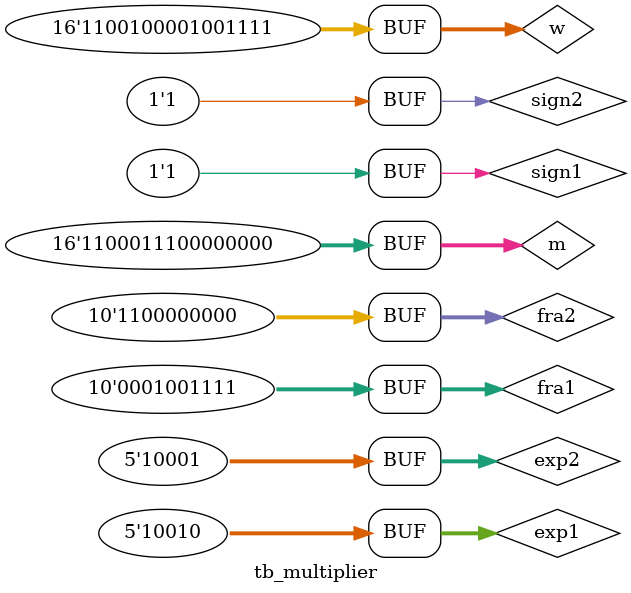
<source format=v>

module tb_multiplier();
wire [15:0] sum, w, m;
reg sign1, sign2;
reg [4:0] exp1, exp2;
reg [9:0] fra1, fra2;

assign w = {sign1, exp1, fra1};
assign m = {sign2, exp2, fra2};

multiplier dut(w, m, sum);

initial
begin  
  {sign1, exp1, fra1} = {1'b0, 5'b01111, 10'b0000000000};    // 1
  {sign2, exp2, fra2} = {1'b0, 5'b10001, 10'b0100000000};    // 5
  #100 
  $display("expected product: 0100010100000000");  // 5
  if (sum !== 16'h4500)
    $display("product 1 is wrong");
  else
    $display("product 1 is correct!");
  
  {sign1, exp1, fra1} = {1'b0, 5'b01111, 10'b0000000000};    // 1
  {sign2, exp2, fra2} = {1'b0, 5'b10011, 10'b1111000000};    // 31
  #100 
  $display("expected product: 0100111111000000");  // 31
  if (sum !== 16'h4FC0)
    $display("product 2 is wrong");
  else
    $display("product 2 is correct!");
  
  {sign1, exp1, fra1} = {1'b0, 5'b10010, 10'b0100000000};    // 10
  {sign2, exp2, fra2} = {1'b0, 5'b10011, 10'b0100000000};    // 20
  #100
  $display("expected product: 0101101001000000");  // 200
  if (sum !== 16'h5A40)
    $display("product 3 is wrong");
  else
    $display("product 3 is correct!");
  
  {sign1, exp1, fra1} = {1'b1, 5'b10101, 10'b1001000000};    // -100
  {sign2, exp2, fra2} = {1'b0, 5'b10101, 10'b1011100000};    // 110
  #100
  $display("expected product: 1111000101011111");  // 
  if (sum !== 16'hF15F)
    $display("product 4 is wrong");
  else
    $display("product 4 is correct!");
  
  {sign1, exp1, fra1} = {1'b0, 5'b10000, 10'b0000000000};    // 2
  {sign2, exp2, fra2} = {1'b0, 5'b10001, 10'b0000000000};    // 4
  #100
  $display("expected product: 0100100000000000");  // 8
  if (sum !== 16'h4800)
    $display("product 5 is wrong");
  else
    $display("product 5 is correct!");
	
  {sign1, exp1, fra1} = {1'b0, 5'b10011, 10'b0110100000};    // 22.5
  {sign2, exp2, fra2} = {1'b0, 5'b10010, 10'b1000100110};    // 12.3
  #100
  $display("expected product: 0101110001010011");  // 276.75
  if (sum !== 16'h5C53)
    $display("product 6 is wrong");
  else
    $display("product 6 is correct!");
	
  {sign1, exp1, fra1} = {1'b1, 5'b10001, 10'b0000100110};    // -4.15
  {sign2, exp2, fra2} = {1'b0, 5'b10001, 10'b1010010111};    // 6.59
  #100
  $display("expected product: 1100111011010110");  // 27.34375
  if (sum !== 16'hCED6)
    $display("product 7 is wrong");
  else
    $display("product 7 is correct!");
	
  {sign1, exp1, fra1} = {1'b1, 5'b10010, 10'b0001001111};    // -8.62
  {sign2, exp2, fra2} = {1'b1, 5'b10001, 10'b1100000000};    // -7
  #100
  $display("expected product: 0101001110001010");  // 60.3125
  if (sum !== 16'h538A)
    $display("product 8 is wrong");
  else
    $display("product 8 is correct!");
  
  //$display("hooray! it was all correct!!");
end
endmodule
</source>
